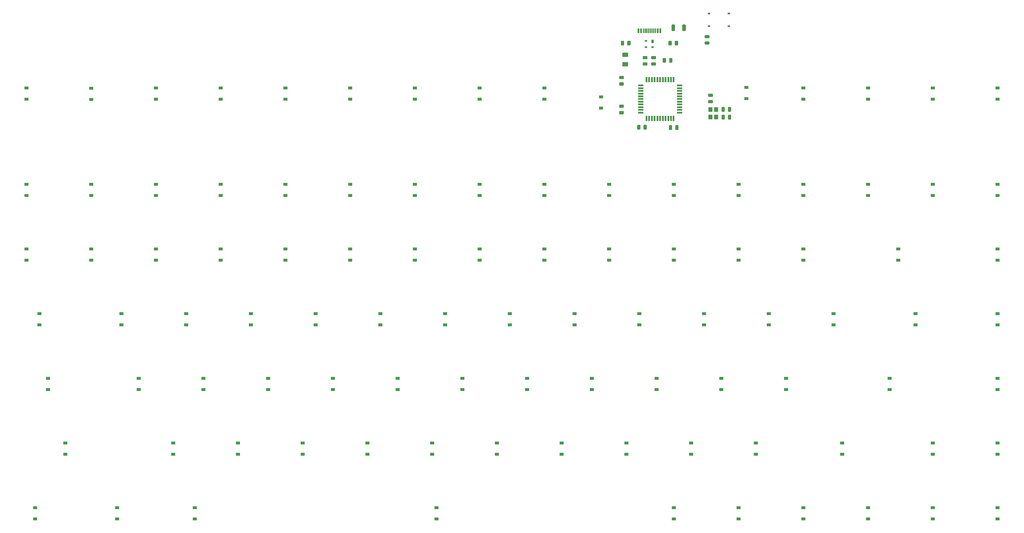
<source format=gbp>
G04 #@! TF.GenerationSoftware,KiCad,Pcbnew,(5.1.9)-1*
G04 #@! TF.CreationDate,2021-04-20T15:34:40+09:00*
G04 #@! TF.ProjectId,JupiterAdvanced,4a757069-7465-4724-9164-76616e636564,1*
G04 #@! TF.SameCoordinates,Original*
G04 #@! TF.FileFunction,Paste,Bot*
G04 #@! TF.FilePolarity,Positive*
%FSLAX46Y46*%
G04 Gerber Fmt 4.6, Leading zero omitted, Abs format (unit mm)*
G04 Created by KiCad (PCBNEW (5.1.9)-1) date 2021-04-20 15:34:40*
%MOMM*%
%LPD*%
G01*
G04 APERTURE LIST*
%ADD10R,0.700000X0.600000*%
%ADD11R,1.500000X0.550000*%
%ADD12R,0.550000X1.500000*%
%ADD13R,1.200000X1.400000*%
%ADD14R,0.600000X1.450000*%
%ADD15R,0.300000X1.450000*%
%ADD16R,0.700000X1.000000*%
%ADD17R,1.200000X0.900000*%
G04 APERTURE END LIST*
G36*
G01*
X270137500Y-86774999D02*
X270137500Y-88175001D01*
G75*
G02*
X269887501Y-88425000I-249999J0D01*
G01*
X269337499Y-88425000D01*
G75*
G02*
X269087500Y-88175001I0J249999D01*
G01*
X269087500Y-86774999D01*
G75*
G02*
X269337499Y-86525000I249999J0D01*
G01*
X269887501Y-86525000D01*
G75*
G02*
X270137500Y-86774999I0J-249999D01*
G01*
G37*
G36*
G01*
X273287500Y-86774999D02*
X273287500Y-88175001D01*
G75*
G02*
X273037501Y-88425000I-249999J0D01*
G01*
X272487499Y-88425000D01*
G75*
G02*
X272237500Y-88175001I0J249999D01*
G01*
X272237500Y-86774999D01*
G75*
G02*
X272487499Y-86525000I249999J0D01*
G01*
X273037501Y-86525000D01*
G75*
G02*
X273287500Y-86774999I0J-249999D01*
G01*
G37*
D10*
X285901720Y-83323820D03*
X280101720Y-83323820D03*
X285901720Y-87023820D03*
X280101720Y-87023820D03*
D11*
X260025000Y-104475000D03*
X260025000Y-105275000D03*
X260025000Y-106075000D03*
X260025000Y-106875000D03*
X260025000Y-107675000D03*
X260025000Y-108475000D03*
X260025000Y-109275000D03*
X260025000Y-110075000D03*
X260025000Y-110875000D03*
X260025000Y-111675000D03*
X260025000Y-112475000D03*
D12*
X261725000Y-114175000D03*
X262525000Y-114175000D03*
X263325000Y-114175000D03*
X264125000Y-114175000D03*
X264925000Y-114175000D03*
X265725000Y-114175000D03*
X266525000Y-114175000D03*
X267325000Y-114175000D03*
X268125000Y-114175000D03*
X268925000Y-114175000D03*
X269725000Y-114175000D03*
D11*
X271425000Y-112475000D03*
X271425000Y-111675000D03*
X271425000Y-110875000D03*
X271425000Y-110075000D03*
X271425000Y-109275000D03*
X271425000Y-108475000D03*
X271425000Y-107675000D03*
X271425000Y-106875000D03*
X271425000Y-106075000D03*
X271425000Y-105275000D03*
X271425000Y-104475000D03*
D12*
X269725000Y-102775000D03*
X268925000Y-102775000D03*
X268125000Y-102775000D03*
X267325000Y-102775000D03*
X266525000Y-102775000D03*
X265725000Y-102775000D03*
X264925000Y-102775000D03*
X264125000Y-102775000D03*
X263325000Y-102775000D03*
X262525000Y-102775000D03*
X261725000Y-102775000D03*
G36*
G01*
X261753670Y-98633580D02*
X260841170Y-98633580D01*
G75*
G02*
X260597420Y-98389830I0J243750D01*
G01*
X260597420Y-97902330D01*
G75*
G02*
X260841170Y-97658580I243750J0D01*
G01*
X261753670Y-97658580D01*
G75*
G02*
X261997420Y-97902330I0J-243750D01*
G01*
X261997420Y-98389830D01*
G75*
G02*
X261753670Y-98633580I-243750J0D01*
G01*
G37*
G36*
G01*
X261753670Y-96758580D02*
X260841170Y-96758580D01*
G75*
G02*
X260597420Y-96514830I0J243750D01*
G01*
X260597420Y-96027330D01*
G75*
G02*
X260841170Y-95783580I243750J0D01*
G01*
X261753670Y-95783580D01*
G75*
G02*
X261997420Y-96027330I0J-243750D01*
G01*
X261997420Y-96514830D01*
G75*
G02*
X261753670Y-96758580I-243750J0D01*
G01*
G37*
G36*
G01*
X264273350Y-98633580D02*
X263360850Y-98633580D01*
G75*
G02*
X263117100Y-98389830I0J243750D01*
G01*
X263117100Y-97902330D01*
G75*
G02*
X263360850Y-97658580I243750J0D01*
G01*
X264273350Y-97658580D01*
G75*
G02*
X264517100Y-97902330I0J-243750D01*
G01*
X264517100Y-98389830D01*
G75*
G02*
X264273350Y-98633580I-243750J0D01*
G01*
G37*
G36*
G01*
X264273350Y-96758580D02*
X263360850Y-96758580D01*
G75*
G02*
X263117100Y-96514830I0J243750D01*
G01*
X263117100Y-96027330D01*
G75*
G02*
X263360850Y-95783580I243750J0D01*
G01*
X264273350Y-95783580D01*
G75*
G02*
X264517100Y-96027330I0J-243750D01*
G01*
X264517100Y-96514830D01*
G75*
G02*
X264273350Y-96758580I-243750J0D01*
G01*
G37*
D13*
X282199100Y-113759520D03*
X282199100Y-111559520D03*
X280499100Y-111559520D03*
X280499100Y-113759520D03*
D14*
X265825240Y-88390980D03*
X259375240Y-88390980D03*
X265050240Y-88390980D03*
X260150240Y-88390980D03*
D15*
X260850240Y-88390980D03*
X264350240Y-88390980D03*
X261350240Y-88390980D03*
X263850240Y-88390980D03*
X261850240Y-88390980D03*
X263350240Y-88390980D03*
X262850240Y-88390980D03*
X262350240Y-88390980D03*
D10*
X261531860Y-93205340D03*
X263531860Y-93205340D03*
X261531860Y-91305340D03*
D16*
X263531860Y-91505340D03*
G36*
G01*
X279103770Y-91493520D02*
X280016270Y-91493520D01*
G75*
G02*
X280260020Y-91737270I0J-243750D01*
G01*
X280260020Y-92224770D01*
G75*
G02*
X280016270Y-92468520I-243750J0D01*
G01*
X279103770Y-92468520D01*
G75*
G02*
X278860020Y-92224770I0J243750D01*
G01*
X278860020Y-91737270D01*
G75*
G02*
X279103770Y-91493520I243750J0D01*
G01*
G37*
G36*
G01*
X279103770Y-89618520D02*
X280016270Y-89618520D01*
G75*
G02*
X280260020Y-89862270I0J-243750D01*
G01*
X280260020Y-90349770D01*
G75*
G02*
X280016270Y-90593520I-243750J0D01*
G01*
X279103770Y-90593520D01*
G75*
G02*
X278860020Y-90349770I0J243750D01*
G01*
X278860020Y-89862270D01*
G75*
G02*
X279103770Y-89618520I243750J0D01*
G01*
G37*
G36*
G01*
X260837500Y-117231250D02*
X260837500Y-116318750D01*
G75*
G02*
X261081250Y-116075000I243750J0D01*
G01*
X261568750Y-116075000D01*
G75*
G02*
X261812500Y-116318750I0J-243750D01*
G01*
X261812500Y-117231250D01*
G75*
G02*
X261568750Y-117475000I-243750J0D01*
G01*
X261081250Y-117475000D01*
G75*
G02*
X260837500Y-117231250I0J243750D01*
G01*
G37*
G36*
G01*
X258962500Y-117231250D02*
X258962500Y-116318750D01*
G75*
G02*
X259206250Y-116075000I243750J0D01*
G01*
X259693750Y-116075000D01*
G75*
G02*
X259937500Y-116318750I0J-243750D01*
G01*
X259937500Y-117231250D01*
G75*
G02*
X259693750Y-117475000I-243750J0D01*
G01*
X259206250Y-117475000D01*
G75*
G02*
X258962500Y-117231250I0J243750D01*
G01*
G37*
G36*
G01*
X255160120Y-91550170D02*
X255160120Y-92462670D01*
G75*
G02*
X254916370Y-92706420I-243750J0D01*
G01*
X254428870Y-92706420D01*
G75*
G02*
X254185120Y-92462670I0J243750D01*
G01*
X254185120Y-91550170D01*
G75*
G02*
X254428870Y-91306420I243750J0D01*
G01*
X254916370Y-91306420D01*
G75*
G02*
X255160120Y-91550170I0J-243750D01*
G01*
G37*
G36*
G01*
X257035120Y-91550170D02*
X257035120Y-92462670D01*
G75*
G02*
X256791370Y-92706420I-243750J0D01*
G01*
X256303870Y-92706420D01*
G75*
G02*
X256060120Y-92462670I0J243750D01*
G01*
X256060120Y-91550170D01*
G75*
G02*
X256303870Y-91306420I243750J0D01*
G01*
X256791370Y-91306420D01*
G75*
G02*
X257035120Y-91550170I0J-243750D01*
G01*
G37*
G36*
G01*
X270063620Y-92462670D02*
X270063620Y-91550170D01*
G75*
G02*
X270307370Y-91306420I243750J0D01*
G01*
X270794870Y-91306420D01*
G75*
G02*
X271038620Y-91550170I0J-243750D01*
G01*
X271038620Y-92462670D01*
G75*
G02*
X270794870Y-92706420I-243750J0D01*
G01*
X270307370Y-92706420D01*
G75*
G02*
X270063620Y-92462670I0J243750D01*
G01*
G37*
G36*
G01*
X268188620Y-92462670D02*
X268188620Y-91550170D01*
G75*
G02*
X268432370Y-91306420I243750J0D01*
G01*
X268919870Y-91306420D01*
G75*
G02*
X269163620Y-91550170I0J-243750D01*
G01*
X269163620Y-92462670D01*
G75*
G02*
X268919870Y-92706420I-243750J0D01*
G01*
X268432370Y-92706420D01*
G75*
G02*
X268188620Y-92462670I0J243750D01*
G01*
G37*
G36*
G01*
X256080420Y-96070120D02*
X254830420Y-96070120D01*
G75*
G02*
X254580420Y-95820120I0J250000D01*
G01*
X254580420Y-95070120D01*
G75*
G02*
X254830420Y-94820120I250000J0D01*
G01*
X256080420Y-94820120D01*
G75*
G02*
X256330420Y-95070120I0J-250000D01*
G01*
X256330420Y-95820120D01*
G75*
G02*
X256080420Y-96070120I-250000J0D01*
G01*
G37*
G36*
G01*
X256080420Y-98870120D02*
X254830420Y-98870120D01*
G75*
G02*
X254580420Y-98620120I0J250000D01*
G01*
X254580420Y-97870120D01*
G75*
G02*
X254830420Y-97620120I250000J0D01*
G01*
X256080420Y-97620120D01*
G75*
G02*
X256330420Y-97870120I0J-250000D01*
G01*
X256330420Y-98620120D01*
G75*
G02*
X256080420Y-98870120I-250000J0D01*
G01*
G37*
D17*
X365007120Y-228791620D03*
X365007120Y-232091620D03*
X365007120Y-209741620D03*
X365007120Y-213041620D03*
X365007120Y-190691620D03*
X365007120Y-193991620D03*
X365007120Y-171641620D03*
X365007120Y-174941620D03*
X365007120Y-152591620D03*
X365007120Y-155891620D03*
X365007120Y-133541620D03*
X365007120Y-136841620D03*
X365032520Y-105244820D03*
X365032520Y-108544820D03*
X345957120Y-228791620D03*
X345957120Y-232091620D03*
X345957120Y-209741620D03*
X345957120Y-213041620D03*
X340877120Y-171641620D03*
X340877120Y-174941620D03*
X335797120Y-152591620D03*
X335797120Y-155891620D03*
X345957120Y-133541620D03*
X345957120Y-136841620D03*
X345982520Y-105244820D03*
X345982520Y-108544820D03*
X326907120Y-228791620D03*
X326907120Y-232091620D03*
X319287120Y-209741620D03*
X319287120Y-213041620D03*
X333257120Y-190691620D03*
X333257120Y-193991620D03*
X316747120Y-171641620D03*
X316747120Y-174941620D03*
X326907120Y-133541620D03*
X326907120Y-136841620D03*
X326932520Y-105244820D03*
X326932520Y-108544820D03*
X307857120Y-228791620D03*
X307857120Y-232091620D03*
X302777120Y-190691620D03*
X302777120Y-193991620D03*
X297697120Y-171641620D03*
X297697120Y-174941620D03*
X307857120Y-152591620D03*
X307857120Y-155891620D03*
X307857120Y-133541620D03*
X307857120Y-136841620D03*
X307882520Y-105244820D03*
X307882520Y-108544820D03*
X288807120Y-228791620D03*
X288807120Y-232091620D03*
X293887120Y-209741620D03*
X293887120Y-213041620D03*
X283727120Y-190691620D03*
X283727120Y-193991620D03*
X278647120Y-171641620D03*
X278647120Y-174941620D03*
X288807120Y-152591620D03*
X288807120Y-155891620D03*
X288807120Y-133541620D03*
X288807120Y-136841620D03*
X291085020Y-105063020D03*
X291085020Y-108363020D03*
X269757120Y-228791620D03*
X269757120Y-232091620D03*
X274837120Y-209741620D03*
X274837120Y-213041620D03*
X264677120Y-190691620D03*
X264677120Y-193991620D03*
X259597120Y-171641620D03*
X259597120Y-174941620D03*
X269757120Y-152591620D03*
X269757120Y-155891620D03*
X269757120Y-133541620D03*
X269757120Y-136841620D03*
X255787120Y-209741620D03*
X255787120Y-213041620D03*
X245627120Y-190691620D03*
X245627120Y-193991620D03*
X240547120Y-171641620D03*
X240547120Y-174941620D03*
X250707120Y-152591620D03*
X250707120Y-155891620D03*
X250707120Y-133541620D03*
X250707120Y-136841620D03*
X248330720Y-107847860D03*
X248330720Y-111147860D03*
X236737120Y-209741620D03*
X236737120Y-213041620D03*
X226577120Y-190691620D03*
X226577120Y-193991620D03*
X221497120Y-171641620D03*
X221497120Y-174941620D03*
X231657120Y-152591620D03*
X231657120Y-155891620D03*
X231657120Y-133541620D03*
X231657120Y-136841620D03*
X231682520Y-105244820D03*
X231682520Y-108544820D03*
X217687120Y-209741620D03*
X217687120Y-213041620D03*
X207527120Y-190691620D03*
X207527120Y-193991620D03*
X202447120Y-171641620D03*
X202447120Y-174941620D03*
X212607120Y-152591620D03*
X212607120Y-155891620D03*
X212607120Y-133541620D03*
X212607120Y-136841620D03*
X212632520Y-105244820D03*
X212632520Y-108544820D03*
X199907120Y-228791620D03*
X199907120Y-232091620D03*
X198637120Y-209741620D03*
X198637120Y-213041620D03*
X188477120Y-190691620D03*
X188477120Y-193991620D03*
X183397120Y-171641620D03*
X183397120Y-174941620D03*
X193557120Y-152591620D03*
X193557120Y-155891620D03*
X193557120Y-133541620D03*
X193557120Y-136841620D03*
X193582520Y-105244820D03*
X193582520Y-108544820D03*
X179587120Y-209741620D03*
X179587120Y-213041620D03*
X169427120Y-190691620D03*
X169427120Y-193991620D03*
X164347120Y-171641620D03*
X164347120Y-174941620D03*
X174507120Y-152591620D03*
X174507120Y-155891620D03*
X174507120Y-133541620D03*
X174507120Y-136841620D03*
X174532520Y-105244820D03*
X174532520Y-108544820D03*
X160537120Y-209741620D03*
X160537120Y-213041620D03*
X150377120Y-190691620D03*
X150377120Y-193991620D03*
X145297120Y-171641620D03*
X145297120Y-174941620D03*
X155457120Y-152591620D03*
X155457120Y-155891620D03*
X155457120Y-133541620D03*
X155457120Y-136841620D03*
X155482520Y-105244820D03*
X155482520Y-108544820D03*
X128787120Y-228791620D03*
X128787120Y-232091620D03*
X141487120Y-209741620D03*
X141487120Y-213041620D03*
X131327120Y-190691620D03*
X131327120Y-193991620D03*
X126247120Y-171641620D03*
X126247120Y-174941620D03*
X136407120Y-152591620D03*
X136407120Y-155891620D03*
X136407120Y-133541620D03*
X136407120Y-136841620D03*
X136432520Y-105244820D03*
X136432520Y-108544820D03*
X122437120Y-209741620D03*
X122437120Y-213041620D03*
X112277120Y-190691620D03*
X112277120Y-193991620D03*
X107197120Y-171641620D03*
X107197120Y-174941620D03*
X117357120Y-152591620D03*
X117357120Y-155891620D03*
X117357120Y-133541620D03*
X117357120Y-136841620D03*
X117382520Y-105244820D03*
X117382520Y-108544820D03*
X105927120Y-228791620D03*
X105927120Y-232091620D03*
X90687120Y-209741620D03*
X90687120Y-213041620D03*
X98307120Y-152591620D03*
X98307120Y-155891620D03*
X98307120Y-133541620D03*
X98307120Y-136841620D03*
X98281720Y-105270220D03*
X98281720Y-108570220D03*
X81797120Y-228791620D03*
X81797120Y-232091620D03*
X85607120Y-190691620D03*
X85607120Y-193991620D03*
X83067120Y-171641620D03*
X83067120Y-174941620D03*
X79257120Y-152591620D03*
X79257120Y-155891620D03*
X79257120Y-133541620D03*
X79257120Y-136841620D03*
X79282520Y-105244820D03*
X79282520Y-108544820D03*
G36*
G01*
X267475000Y-96618750D02*
X267475000Y-97531250D01*
G75*
G02*
X267231250Y-97775000I-243750J0D01*
G01*
X266743750Y-97775000D01*
G75*
G02*
X266500000Y-97531250I0J243750D01*
G01*
X266500000Y-96618750D01*
G75*
G02*
X266743750Y-96375000I243750J0D01*
G01*
X267231250Y-96375000D01*
G75*
G02*
X267475000Y-96618750I0J-243750D01*
G01*
G37*
G36*
G01*
X269350000Y-96618750D02*
X269350000Y-97531250D01*
G75*
G02*
X269106250Y-97775000I-243750J0D01*
G01*
X268618750Y-97775000D01*
G75*
G02*
X268375000Y-97531250I0J243750D01*
G01*
X268375000Y-96618750D01*
G75*
G02*
X268618750Y-96375000I243750J0D01*
G01*
X269106250Y-96375000D01*
G75*
G02*
X269350000Y-96618750I0J-243750D01*
G01*
G37*
G36*
G01*
X285661520Y-111982570D02*
X285661520Y-111070070D01*
G75*
G02*
X285905270Y-110826320I243750J0D01*
G01*
X286392770Y-110826320D01*
G75*
G02*
X286636520Y-111070070I0J-243750D01*
G01*
X286636520Y-111982570D01*
G75*
G02*
X286392770Y-112226320I-243750J0D01*
G01*
X285905270Y-112226320D01*
G75*
G02*
X285661520Y-111982570I0J243750D01*
G01*
G37*
G36*
G01*
X283786520Y-111982570D02*
X283786520Y-111070070D01*
G75*
G02*
X284030270Y-110826320I243750J0D01*
G01*
X284517770Y-110826320D01*
G75*
G02*
X284761520Y-111070070I0J-243750D01*
G01*
X284761520Y-111982570D01*
G75*
G02*
X284517770Y-112226320I-243750J0D01*
G01*
X284030270Y-112226320D01*
G75*
G02*
X283786520Y-111982570I0J243750D01*
G01*
G37*
G36*
G01*
X285686920Y-114255870D02*
X285686920Y-113343370D01*
G75*
G02*
X285930670Y-113099620I243750J0D01*
G01*
X286418170Y-113099620D01*
G75*
G02*
X286661920Y-113343370I0J-243750D01*
G01*
X286661920Y-114255870D01*
G75*
G02*
X286418170Y-114499620I-243750J0D01*
G01*
X285930670Y-114499620D01*
G75*
G02*
X285686920Y-114255870I0J243750D01*
G01*
G37*
G36*
G01*
X283811920Y-114255870D02*
X283811920Y-113343370D01*
G75*
G02*
X284055670Y-113099620I243750J0D01*
G01*
X284543170Y-113099620D01*
G75*
G02*
X284786920Y-113343370I0J-243750D01*
G01*
X284786920Y-114255870D01*
G75*
G02*
X284543170Y-114499620I-243750J0D01*
G01*
X284055670Y-114499620D01*
G75*
G02*
X283811920Y-114255870I0J243750D01*
G01*
G37*
G36*
G01*
X253919670Y-103533120D02*
X254832170Y-103533120D01*
G75*
G02*
X255075920Y-103776870I0J-243750D01*
G01*
X255075920Y-104264370D01*
G75*
G02*
X254832170Y-104508120I-243750J0D01*
G01*
X253919670Y-104508120D01*
G75*
G02*
X253675920Y-104264370I0J243750D01*
G01*
X253675920Y-103776870D01*
G75*
G02*
X253919670Y-103533120I243750J0D01*
G01*
G37*
G36*
G01*
X253919670Y-101658120D02*
X254832170Y-101658120D01*
G75*
G02*
X255075920Y-101901870I0J-243750D01*
G01*
X255075920Y-102389370D01*
G75*
G02*
X254832170Y-102633120I-243750J0D01*
G01*
X253919670Y-102633120D01*
G75*
G02*
X253675920Y-102389370I0J243750D01*
G01*
X253675920Y-101901870D01*
G75*
G02*
X253919670Y-101658120I243750J0D01*
G01*
G37*
G36*
G01*
X270175000Y-117331250D02*
X270175000Y-116418750D01*
G75*
G02*
X270418750Y-116175000I243750J0D01*
G01*
X270906250Y-116175000D01*
G75*
G02*
X271150000Y-116418750I0J-243750D01*
G01*
X271150000Y-117331250D01*
G75*
G02*
X270906250Y-117575000I-243750J0D01*
G01*
X270418750Y-117575000D01*
G75*
G02*
X270175000Y-117331250I0J243750D01*
G01*
G37*
G36*
G01*
X268300000Y-117331250D02*
X268300000Y-116418750D01*
G75*
G02*
X268543750Y-116175000I243750J0D01*
G01*
X269031250Y-116175000D01*
G75*
G02*
X269275000Y-116418750I0J-243750D01*
G01*
X269275000Y-117331250D01*
G75*
G02*
X269031250Y-117575000I-243750J0D01*
G01*
X268543750Y-117575000D01*
G75*
G02*
X268300000Y-117331250I0J243750D01*
G01*
G37*
G36*
G01*
X280119770Y-108763220D02*
X281032270Y-108763220D01*
G75*
G02*
X281276020Y-109006970I0J-243750D01*
G01*
X281276020Y-109494470D01*
G75*
G02*
X281032270Y-109738220I-243750J0D01*
G01*
X280119770Y-109738220D01*
G75*
G02*
X279876020Y-109494470I0J243750D01*
G01*
X279876020Y-109006970D01*
G75*
G02*
X280119770Y-108763220I243750J0D01*
G01*
G37*
G36*
G01*
X280119770Y-106888220D02*
X281032270Y-106888220D01*
G75*
G02*
X281276020Y-107131970I0J-243750D01*
G01*
X281276020Y-107619470D01*
G75*
G02*
X281032270Y-107863220I-243750J0D01*
G01*
X280119770Y-107863220D01*
G75*
G02*
X279876020Y-107619470I0J243750D01*
G01*
X279876020Y-107131970D01*
G75*
G02*
X280119770Y-106888220I243750J0D01*
G01*
G37*
G36*
G01*
X254819470Y-111099420D02*
X253906970Y-111099420D01*
G75*
G02*
X253663220Y-110855670I0J243750D01*
G01*
X253663220Y-110368170D01*
G75*
G02*
X253906970Y-110124420I243750J0D01*
G01*
X254819470Y-110124420D01*
G75*
G02*
X255063220Y-110368170I0J-243750D01*
G01*
X255063220Y-110855670D01*
G75*
G02*
X254819470Y-111099420I-243750J0D01*
G01*
G37*
G36*
G01*
X254819470Y-112974420D02*
X253906970Y-112974420D01*
G75*
G02*
X253663220Y-112730670I0J243750D01*
G01*
X253663220Y-112243170D01*
G75*
G02*
X253906970Y-111999420I243750J0D01*
G01*
X254819470Y-111999420D01*
G75*
G02*
X255063220Y-112243170I0J-243750D01*
G01*
X255063220Y-112730670D01*
G75*
G02*
X254819470Y-112974420I-243750J0D01*
G01*
G37*
M02*

</source>
